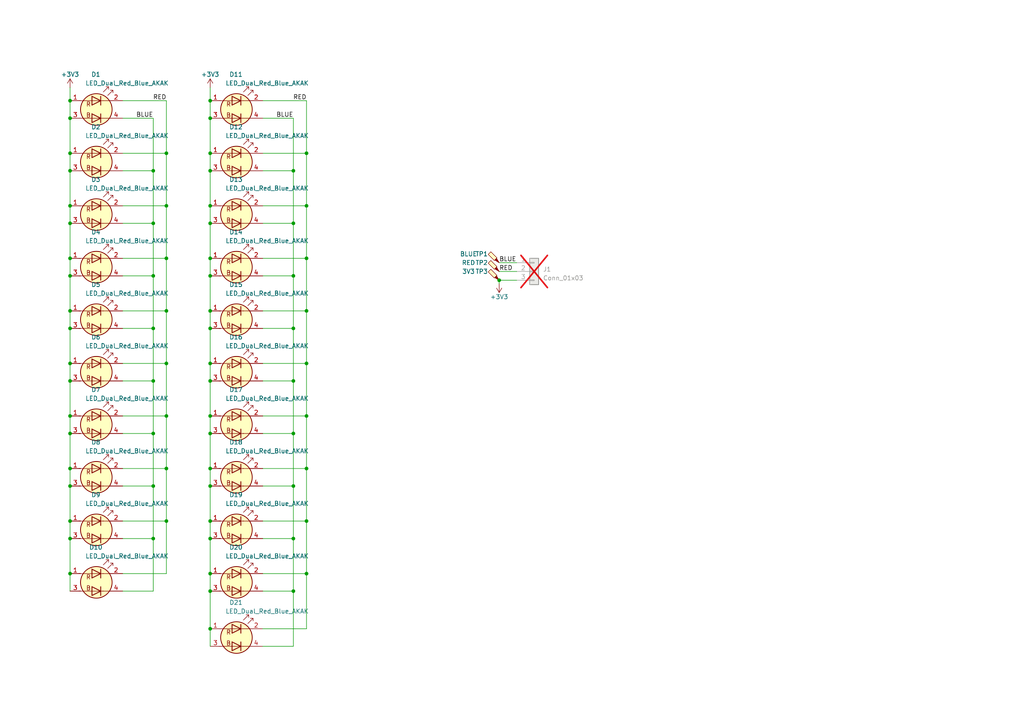
<source format=kicad_sch>
(kicad_sch (version 20231120) (generator "eeschema") (generator_version "8.0")
  (paper "A4")
  (title_block (title "EHDS-01-LED") (date "2022-11-16") (rev "V0.1"))
  (lib_symbols
    (symbol "Connector:TestPoint_Probe" (pin_numbers hide) (pin_names (offset 0.762) hide)
      (property "Reference" "TP" (at 1.651 5.842 0))
      (property "Value" "TestPoint_Probe" (at 1.651 4.064 0))
      (symbol "TestPoint_Probe_0_1"
        (polyline (pts (xy 1.27 0.762) (xy 0 0) (xy 0.762 1.27) (xy 1.27 0.762)) (fill (type outline)))
        (polyline (pts (xy 1.397 0.635) (xy 0.635 1.397) (xy 2.413 3.175) (xy 3.175 2.413) (xy 1.397 0.635)) (fill (type background)))
      )
      (symbol "TestPoint_Probe_1_1"
        (pin passive line (at 0 0 90) (length 0) (name "1") (number "1"))
      )
    )
    (symbol "Connector_Generic:Conn_01x03" (pin_names (offset 1.016) hide)
      (property "Reference" "J" (at 0 5.08 0))
      (property "Value" "Conn_01x03" (at 0 -5.08 0))
      (symbol "Conn_01x03_1_1"
        (rectangle (start -1.27 -2.413) (end 0 -2.667) (stroke (width 0.1524)))
        (rectangle (start -1.27 0.127) (end 0 -0.127) (stroke (width 0.1524)))
        (rectangle (start -1.27 2.667) (end 0 2.413) (stroke (width 0.1524)))
        (rectangle (start -1.27 3.81) (end 1.27 -3.81) (stroke (width 0.254)) (fill (type background)))
        (pin passive line (at -5.08 2.54 0) (length 3.81) (name "Pin_1") (number "1"))
        (pin passive line (at -5.08 0 0) (length 3.81) (name "Pin_2") (number "2"))
        (pin passive line (at -5.08 -2.54 0) (length 3.81) (name "Pin_3") (number "3"))
      )
    )
    (symbol "Ovo_Device:LED_Dual_Red_Blue_AKAK" (pin_names (offset 0) hide)
      (property "Reference" "D2" (at -11.43 -5.08 0))
      (property "Value" "LED_Dual_Red_Blue_AKAK" (at 0 -5.08 0))
      (symbol "LED_Dual_Red_Blue_AKAK_0_0"
        (text "B" (at -2.286 -1.651 0) (effects (font (size 1.27 1.27))))
        (text "R" (at -2.286 1.524 0) (effects (font (size 1.27 1.27))))
      )
      (symbol "LED_Dual_Red_Blue_AKAK_0_1"
        (polyline (pts (xy -5.08 -2.54) (xy 2.032 -2.54)))
        (polyline (pts (xy -5.08 2.54) (xy 2.032 2.54)))
        (polyline (pts (xy 1.27 -1.27) (xy 1.27 -3.81)) (stroke (width 0.254)))
        (polyline (pts (xy 1.27 3.81) (xy 1.27 1.27)) (stroke (width 0.254)))
        (polyline (pts (xy 3.81 -2.54) (xy 1.905 -2.54)))
        (polyline (pts (xy 3.81 2.54) (xy 1.905 2.54)))
        (polyline (pts (xy -1.27 -1.27) (xy -1.27 -3.81) (xy 1.27 -2.54) (xy -1.27 -1.27)) (stroke (width 0.254)))
        (polyline (pts (xy -1.27 3.81) (xy -1.27 1.27) (xy 1.27 2.54) (xy -1.27 3.81)) (stroke (width 0.254)))
        (polyline (pts (xy 2.032 5.08) (xy 3.556 6.604) (xy 2.794 6.604) (xy 3.556 6.604) (xy 3.556 5.842)))
        (polyline (pts (xy 3.302 4.064) (xy 4.826 5.588) (xy 4.064 5.588) (xy 4.826 5.588) (xy 4.826 4.826)))
        (circle (center 0 0) (radius 4.572) (stroke (width 0.254)) (fill (type background)))
      )
      (symbol "LED_Dual_Red_Blue_AKAK_1_1"
        (pin input line (at -7.62 2.54 0) (length 3.048) (name "A1") (number "1"))
        (pin input line (at 7.62 2.54 180) (length 3.81) (name "K1") (number "2"))
        (pin input line (at -7.62 -2.54 0) (length 3.048) (name "A2") (number "3"))
        (pin input line (at 7.62 -2.54 180) (length 3.81) (name "K2") (number "4"))
      )
    )
    (symbol "power:+3V3" (power) (pin_names (offset 0))
      (property "Value" "+3V3" (at 0 3.556 0))
      (symbol "+3V3_0_1"
        (polyline (pts (xy -0.762 1.27) (xy 0 2.54)))
        (polyline (pts (xy 0 0) (xy 0 2.54)))
        (polyline (pts (xy 0 2.54) (xy 0.762 1.27)))
      )
      (symbol "+3V3_1_1"
        (pin power_in line (at 0 0 90) (length 0) hide (name "+3V3") (number "1"))
      )
    )
  )
  (junction (at 88.9 135.89))
  (junction (at 20.32 74.93))
  (junction (at 20.32 59.69))
  (junction (at 20.32 110.49))
  (junction (at 44.45 95.25))
  (junction (at 60.96 166.37))
  (junction (at 85.09 95.25))
  (junction (at 85.09 110.49))
  (junction (at 20.32 64.77))
  (junction (at 20.32 90.17))
  (junction (at 20.32 95.25))
  (junction (at 60.96 182.372))
  (junction (at 20.32 80.01))
  (junction (at 20.32 125.73))
  (junction (at 20.32 34.29))
  (junction (at 20.32 49.53))
  (junction (at 20.32 120.65))
  (junction (at 20.32 151.13))
  (junction (at 48.26 151.13))
  (junction (at 60.96 74.93))
  (junction (at 60.96 171.45))
  (junction (at 20.32 29.21))
  (junction (at 60.96 120.65))
  (junction (at 88.9 105.41))
  (junction (at 44.45 125.73))
  (junction (at 60.96 59.69))
  (junction (at 44.45 110.49))
  (junction (at 85.09 156.21))
  (junction (at 88.9 151.13))
  (junction (at 20.32 135.89))
  (junction (at 88.9 166.37))
  (junction (at 85.09 64.77))
  (junction (at 60.96 156.21))
  (junction (at 88.9 90.17))
  (junction (at 60.96 80.01))
  (junction (at 20.32 156.21))
  (junction (at 85.09 125.73))
  (junction (at 44.45 49.53))
  (junction (at 60.96 90.17))
  (junction (at 88.9 59.69))
  (junction (at 48.26 59.69))
  (junction (at 48.26 90.17))
  (junction (at 144.78 81.28))
  (junction (at 88.9 120.65))
  (junction (at 60.96 44.45))
  (junction (at 85.09 140.97))
  (junction (at 48.26 44.45))
  (junction (at 60.96 34.29))
  (junction (at 20.32 105.41))
  (junction (at 88.9 74.93))
  (junction (at 60.96 151.13))
  (junction (at 48.26 105.41))
  (junction (at 60.96 95.25))
  (junction (at 60.96 110.49))
  (junction (at 20.32 166.37))
  (junction (at 44.45 140.97))
  (junction (at 85.09 49.53))
  (junction (at 44.45 156.21))
  (junction (at 60.96 135.89))
  (junction (at 44.45 80.01))
  (junction (at 85.09 80.01))
  (junction (at 60.96 105.41))
  (junction (at 60.96 125.73))
  (junction (at 85.09 171.45))
  (junction (at 48.26 120.65))
  (junction (at 60.96 29.21))
  (junction (at 48.26 135.89))
  (junction (at 20.32 140.97))
  (junction (at 44.45 64.77))
  (junction (at 60.96 64.77))
  (junction (at 88.9 44.45))
  (junction (at 60.96 140.97))
  (junction (at 20.32 44.45))
  (junction (at 48.26 74.93))
  (junction (at 60.96 49.53))
  (wire (pts (xy 88.9 44.45) (xy 88.9 59.69)))
  (wire (pts (xy 76.2 95.25) (xy 85.09 95.25)))
  (wire (pts (xy 76.2 64.77) (xy 85.09 64.77)))
  (wire (pts (xy 20.32 120.65) (xy 20.32 125.73)))
  (wire (pts (xy 60.96 120.65) (xy 60.96 125.73)))
  (wire (pts (xy 35.56 135.89) (xy 48.26 135.89)))
  (wire (pts (xy 60.96 110.49) (xy 60.96 120.65)))
  (wire (pts (xy 35.56 125.73) (xy 44.45 125.73)))
  (wire (pts (xy 35.56 156.21) (xy 44.45 156.21)))
  (wire (pts (xy 85.09 171.45) (xy 85.09 156.21)))
  (wire (pts (xy 85.09 156.21) (xy 85.09 140.97)))
  (wire (pts (xy 20.32 151.13) (xy 20.32 156.21)))
  (wire (pts (xy 20.32 25.4) (xy 20.32 29.21)))
  (wire (pts (xy 60.96 90.17) (xy 60.96 95.25)))
  (wire (pts (xy 60.96 59.69) (xy 60.96 64.77)))
  (wire (pts (xy 35.56 120.65) (xy 48.26 120.65)))
  (wire (pts (xy 85.09 140.97) (xy 85.09 125.73)))
  (wire (pts (xy 85.09 80.01) (xy 85.09 64.77)))
  (wire (pts (xy 35.56 64.77) (xy 44.45 64.77)))
  (wire (pts (xy 60.96 95.25) (xy 60.96 105.41)))
  (wire (pts (xy 48.26 44.45) (xy 48.26 59.69)))
  (wire (pts (xy 76.2 156.21) (xy 85.09 156.21)))
  (wire (pts (xy 44.45 171.45) (xy 44.45 156.21)))
  (wire (pts (xy 85.09 49.53) (xy 85.09 34.29)))
  (wire (pts (xy 144.78 81.28) (xy 149.86 81.28)))
  (wire (pts (xy 20.32 44.45) (xy 20.32 49.53)))
  (wire (pts (xy 76.2 125.73) (xy 85.09 125.73)))
  (wire (pts (xy 85.09 64.77) (xy 85.09 49.53)))
  (wire (pts (xy 60.96 182.372) (xy 60.96 187.452)))
  (wire (pts (xy 35.56 171.45) (xy 44.45 171.45)))
  (wire (pts (xy 44.45 80.01) (xy 44.45 64.77)))
  (wire (pts (xy 88.9 135.89) (xy 88.9 151.13)))
  (wire (pts (xy 76.2 74.93) (xy 88.9 74.93)))
  (wire (pts (xy 85.09 34.29) (xy 76.2 34.29)))
  (wire (pts (xy 20.32 140.97) (xy 20.32 151.13)))
  (wire (pts (xy 20.32 166.37) (xy 20.32 171.45)))
  (wire (pts (xy 60.96 34.29) (xy 60.96 44.45)))
  (wire (pts (xy 44.45 156.21) (xy 44.45 140.97)))
  (wire (pts (xy 85.09 187.452) (xy 76.2 187.452)))
  (wire (pts (xy 48.26 151.13) (xy 48.26 166.37)))
  (wire (pts (xy 20.32 64.77) (xy 20.32 74.93)))
  (wire (pts (xy 20.32 49.53) (xy 20.32 59.69)))
  (wire (pts (xy 48.26 90.17) (xy 48.26 105.41)))
  (wire (pts (xy 35.56 59.69) (xy 48.26 59.69)))
  (wire (pts (xy 76.2 59.69) (xy 88.9 59.69)))
  (wire (pts (xy 20.32 74.93) (xy 20.32 80.01)))
  (wire (pts (xy 44.45 110.49) (xy 44.45 95.25)))
  (wire (pts (xy 60.96 74.93) (xy 60.96 80.01)))
  (wire (pts (xy 44.45 140.97) (xy 44.45 125.73)))
  (wire (pts (xy 60.96 171.45) (xy 60.96 182.372)))
  (wire (pts (xy 88.9 166.37) (xy 76.2 166.37)))
  (wire (pts (xy 60.96 166.37) (xy 60.96 171.45)))
  (wire (pts (xy 60.96 25.4) (xy 60.96 29.21)))
  (wire (pts (xy 44.45 49.53) (xy 44.45 34.29)))
  (wire (pts (xy 35.56 151.13) (xy 48.26 151.13)))
  (wire (pts (xy 20.32 90.17) (xy 20.32 95.25)))
  (wire (pts (xy 76.2 171.45) (xy 85.09 171.45)))
  (wire (pts (xy 88.9 105.41) (xy 88.9 120.65)))
  (wire (pts (xy 20.32 156.21) (xy 20.32 166.37)))
  (wire (pts (xy 35.56 95.25) (xy 44.45 95.25)))
  (wire (pts (xy 85.09 110.49) (xy 85.09 95.25)))
  (wire (pts (xy 60.96 156.21) (xy 60.96 166.37)))
  (wire (pts (xy 85.09 95.25) (xy 85.09 80.01)))
  (wire (pts (xy 76.2 110.49) (xy 85.09 110.49)))
  (wire (pts (xy 144.78 78.74) (xy 149.86 78.74)))
  (wire (pts (xy 20.32 80.01) (xy 20.32 90.17)))
  (wire (pts (xy 88.9 74.93) (xy 88.9 90.17)))
  (wire (pts (xy 44.45 125.73) (xy 44.45 110.49)))
  (wire (pts (xy 60.96 80.01) (xy 60.96 90.17)))
  (wire (pts (xy 88.9 29.21) (xy 88.9 44.45)))
  (wire (pts (xy 48.26 74.93) (xy 48.26 90.17)))
  (wire (pts (xy 48.26 105.41) (xy 48.26 120.65)))
  (wire (pts (xy 35.56 29.21) (xy 48.26 29.21)))
  (wire (pts (xy 76.2 135.89) (xy 88.9 135.89)))
  (wire (pts (xy 35.56 140.97) (xy 44.45 140.97)))
  (wire (pts (xy 60.96 29.21) (xy 60.96 34.29)))
  (wire (pts (xy 60.96 151.13) (xy 60.96 156.21)))
  (wire (pts (xy 48.26 59.69) (xy 48.26 74.93)))
  (wire (pts (xy 76.2 49.53) (xy 85.09 49.53)))
  (wire (pts (xy 85.09 171.45) (xy 85.09 187.452)))
  (wire (pts (xy 60.96 125.73) (xy 60.96 135.89)))
  (wire (pts (xy 35.56 90.17) (xy 48.26 90.17)))
  (wire (pts (xy 85.09 125.73) (xy 85.09 110.49)))
  (wire (pts (xy 76.2 151.13) (xy 88.9 151.13)))
  (wire (pts (xy 20.32 29.21) (xy 20.32 34.29)))
  (wire (pts (xy 44.45 34.29) (xy 35.56 34.29)))
  (wire (pts (xy 88.9 151.13) (xy 88.9 166.37)))
  (wire (pts (xy 20.32 105.41) (xy 20.32 110.49)))
  (wire (pts (xy 20.32 59.69) (xy 20.32 64.77)))
  (wire (pts (xy 35.56 49.53) (xy 44.45 49.53)))
  (wire (pts (xy 48.26 29.21) (xy 48.26 44.45)))
  (wire (pts (xy 144.78 76.2) (xy 149.86 76.2)))
  (wire (pts (xy 76.2 29.21) (xy 88.9 29.21)))
  (wire (pts (xy 76.2 90.17) (xy 88.9 90.17)))
  (wire (pts (xy 76.2 182.372) (xy 88.9 182.372)))
  (wire (pts (xy 60.96 49.53) (xy 60.96 59.69)))
  (wire (pts (xy 20.32 110.49) (xy 20.32 120.65)))
  (wire (pts (xy 144.78 82.296) (xy 144.78 81.28)))
  (wire (pts (xy 76.2 120.65) (xy 88.9 120.65)))
  (wire (pts (xy 76.2 44.45) (xy 88.9 44.45)))
  (wire (pts (xy 76.2 140.97) (xy 85.09 140.97)))
  (wire (pts (xy 60.96 44.45) (xy 60.96 49.53)))
  (wire (pts (xy 88.9 59.69) (xy 88.9 74.93)))
  (wire (pts (xy 44.45 64.77) (xy 44.45 49.53)))
  (wire (pts (xy 60.96 105.41) (xy 60.96 110.49)))
  (wire (pts (xy 76.2 105.41) (xy 88.9 105.41)))
  (wire (pts (xy 44.45 95.25) (xy 44.45 80.01)))
  (wire (pts (xy 60.96 135.89) (xy 60.96 140.97)))
  (wire (pts (xy 35.56 105.41) (xy 48.26 105.41)))
  (wire (pts (xy 35.56 80.01) (xy 44.45 80.01)))
  (wire (pts (xy 88.9 166.37) (xy 88.9 182.372)))
  (wire (pts (xy 60.96 140.97) (xy 60.96 151.13)))
  (wire (pts (xy 35.56 44.45) (xy 48.26 44.45)))
  (wire (pts (xy 20.32 135.89) (xy 20.32 140.97)))
  (wire (pts (xy 35.56 110.49) (xy 44.45 110.49)))
  (wire (pts (xy 48.26 135.89) (xy 48.26 151.13)))
  (wire (pts (xy 20.32 34.29) (xy 20.32 44.45)))
  (wire (pts (xy 60.96 64.77) (xy 60.96 74.93)))
  (wire (pts (xy 35.56 74.93) (xy 48.26 74.93)))
  (wire (pts (xy 48.26 120.65) (xy 48.26 135.89)))
  (wire (pts (xy 48.26 166.37) (xy 35.56 166.37)))
  (wire (pts (xy 88.9 90.17) (xy 88.9 105.41)))
  (wire (pts (xy 20.32 125.73) (xy 20.32 135.89)))
  (wire (pts (xy 20.32 95.25) (xy 20.32 105.41)))
  (wire (pts (xy 88.9 120.65) (xy 88.9 135.89)))
  (wire (pts (xy 76.2 80.01) (xy 85.09 80.01)))
  (label "BLUE" (at 44.45 34.29 180))
  (label "BLUE" (at 144.78 76.2 0))
  (label "RED" (at 144.78 78.74 0))
  (label "RED" (at 88.9 29.21 180))
  (label "BLUE" (at 85.09 34.29 180))
  (label "RED" (at 48.26 29.21 180))
  (symbol (lib_id "power:+3V3") (at 20.32 25.4 0) (unit 1)
    (property "Reference" "#PWR011" (effects (hide yes)))
    (property "Value" "+3V3" (at 20.32 21.59 0))
  )
  (symbol (lib_id "Ovo_Device:LED_Dual_Red_Blue_AKAK") (at 68.58 92.71 0) (unit 1)
    (property "Reference" "D15" (at 68.453 82.55 0))
    (property "Value" "LED_Dual_Red_Blue_AKAK" (at 77.47 85.09 0))
    (property "Footprint" "Ovo_LED_SMD:LED_Dual_1.6x1.5mm" (effects (hide yes)))
  )
  (symbol (lib_id "Ovo_Device:LED_Dual_Red_Blue_AKAK") (at 27.94 107.95 0) (unit 1)
    (property "Reference" "D6" (at 27.813 97.79 0))
    (property "Value" "LED_Dual_Red_Blue_AKAK" (at 36.83 100.33 0))
    (property "Footprint" "Ovo_LED_SMD:LED_Dual_1.6x1.5mm" (effects (hide yes)))
  )
  (symbol (lib_id "Ovo_Device:LED_Dual_Red_Blue_AKAK") (at 27.94 92.71 0) (unit 1)
    (property "Reference" "D5" (at 27.813 82.55 0))
    (property "Value" "LED_Dual_Red_Blue_AKAK" (at 36.83 85.09 0))
    (property "Footprint" "Ovo_LED_SMD:LED_Dual_1.6x1.5mm" (effects (hide yes)))
  )
  (symbol (lib_id "Ovo_Device:LED_Dual_Red_Blue_AKAK") (at 27.94 77.47 0) (unit 1)
    (property "Reference" "D4" (at 27.813 67.31 0))
    (property "Value" "LED_Dual_Red_Blue_AKAK" (at 36.83 69.85 0))
    (property "Footprint" "Ovo_LED_SMD:LED_Dual_1.6x1.5mm" (effects (hide yes)))
  )
  (symbol (lib_id "Ovo_Device:LED_Dual_Red_Blue_AKAK") (at 68.58 168.91 0) (unit 1)
    (property "Reference" "D20" (at 68.453 158.75 0))
    (property "Value" "LED_Dual_Red_Blue_AKAK" (at 77.47 161.29 0))
    (property "Footprint" "Ovo_LED_SMD:LED_Dual_1.6x1.5mm" (effects (hide yes)))
  )
  (symbol (lib_id "Connector:TestPoint_Probe") (at 144.78 78.74 90) (unit 1)
    (property "Reference" "TP2" (at 139.7 76.2 90))
    (property "Value" "RED" (at 135.89 76.2 90))
    (property "Footprint" "TestPoint:TestPoint_Pad_D1.0mm" (effects (hide yes)))
  )
  (symbol (lib_id "Ovo_Device:LED_Dual_Red_Blue_AKAK") (at 68.58 31.75 0) (unit 1)
    (property "Reference" "D11" (at 68.453 21.59 0))
    (property "Value" "LED_Dual_Red_Blue_AKAK" (at 77.47 24.13 0))
    (property "Footprint" "Ovo_LED_SMD:LED_Dual_1.6x1.5mm" (effects (hide yes)))
  )
  (symbol (lib_id "Connector:TestPoint_Probe") (at 144.78 76.2 90) (unit 1)
    (property "Reference" "TP1" (at 139.7 73.66 90))
    (property "Value" "BLUE" (at 135.89 73.66 90))
    (property "Footprint" "TestPoint:TestPoint_Pad_D1.0mm" (effects (hide yes)))
  )
  (symbol (lib_id "Ovo_Device:LED_Dual_Red_Blue_AKAK") (at 68.58 77.47 0) (unit 1)
    (property "Reference" "D14" (at 68.453 67.31 0))
    (property "Value" "LED_Dual_Red_Blue_AKAK" (at 77.47 69.85 0))
    (property "Footprint" "Ovo_LED_SMD:LED_Dual_1.6x1.5mm" (effects (hide yes)))
  )
  (symbol (lib_id "Ovo_Device:LED_Dual_Red_Blue_AKAK") (at 27.94 31.75 0) (unit 1)
    (property "Reference" "D1" (at 27.813 21.59 0))
    (property "Value" "LED_Dual_Red_Blue_AKAK" (at 36.83 24.13 0))
    (property "Footprint" "Ovo_LED_SMD:LED_Dual_1.6x1.5mm" (effects (hide yes)))
  )
  (symbol (lib_id "Ovo_Device:LED_Dual_Red_Blue_AKAK") (at 27.94 46.99 0) (unit 1)
    (property "Reference" "D2" (at 27.813 36.83 0))
    (property "Value" "LED_Dual_Red_Blue_AKAK" (at 36.83 39.37 0))
    (property "Footprint" "Ovo_LED_SMD:LED_Dual_1.6x1.5mm" (effects (hide yes)))
  )
  (symbol (lib_id "Ovo_Device:LED_Dual_Red_Blue_AKAK") (at 27.94 123.19 0) (unit 1)
    (property "Reference" "D7" (at 27.813 113.03 0))
    (property "Value" "LED_Dual_Red_Blue_AKAK" (at 36.83 115.57 0))
    (property "Footprint" "Ovo_LED_SMD:LED_Dual_1.6x1.5mm" (effects (hide yes)))
  )
  (symbol (lib_id "Ovo_Device:LED_Dual_Red_Blue_AKAK") (at 68.58 62.23 0) (unit 1)
    (property "Reference" "D13" (at 68.453 52.07 0))
    (property "Value" "LED_Dual_Red_Blue_AKAK" (at 77.47 54.61 0))
    (property "Footprint" "Ovo_LED_SMD:LED_Dual_1.6x1.5mm" (effects (hide yes)))
  )
  (symbol (lib_id "Ovo_Device:LED_Dual_Red_Blue_AKAK") (at 68.58 184.912 0) (unit 1)
    (property "Reference" "D21" (at 68.453 174.752 0))
    (property "Value" "LED_Dual_Red_Blue_AKAK" (at 77.47 177.292 0))
    (property "Footprint" "Ovo_LED_SMD:LED_Dual_1.6x1.5mm" (effects (hide yes)))
  )
  (symbol (lib_id "Ovo_Device:LED_Dual_Red_Blue_AKAK") (at 68.58 107.95 0) (unit 1)
    (property "Reference" "D16" (at 68.453 97.79 0))
    (property "Value" "LED_Dual_Red_Blue_AKAK" (at 77.47 100.33 0))
    (property "Footprint" "Ovo_LED_SMD:LED_Dual_1.6x1.5mm" (effects (hide yes)))
  )
  (symbol (lib_id "Ovo_Device:LED_Dual_Red_Blue_AKAK") (at 68.58 46.99 0) (unit 1)
    (property "Reference" "D12" (at 68.453 36.83 0))
    (property "Value" "LED_Dual_Red_Blue_AKAK" (at 77.47 39.37 0))
    (property "Footprint" "Ovo_LED_SMD:LED_Dual_1.6x1.5mm" (effects (hide yes)))
  )
  (symbol (lib_id "power:+3V3") (at 144.78 82.296 180) (unit 1)
    (property "Reference" "#PWR02" (effects (hide yes)))
    (property "Value" "+3V3" (at 144.78 86.106 0))
  )
  (symbol (lib_id "Connector_Generic:Conn_01x03") (at 154.94 78.74 0) (unit 1) (in_bom no) (dnp yes)
    (property "Reference" "J1" (at 157.48 78.105 0) (effects (justify left)))
    (property "Value" "Conn_01x03" (at 157.48 80.645 0) (effects (justify left)))
    (property "Footprint" "Ovo_Pad:Pad_THTPad_3x1.3mmx3" (effects (hide yes)))
    (property "Description" "Generic connector, single row, 01x03, script generated (kicad-library-utils/schlib/autogen/connector/)" (effects (hide yes)))
  )
  (symbol (lib_id "Ovo_Device:LED_Dual_Red_Blue_AKAK") (at 27.94 168.91 0) (unit 1)
    (property "Reference" "D10" (at 27.813 158.75 0))
    (property "Value" "LED_Dual_Red_Blue_AKAK" (at 36.83 161.29 0))
    (property "Footprint" "Ovo_LED_SMD:LED_Dual_1.6x1.5mm" (effects (hide yes)))
  )
  (symbol (lib_id "Ovo_Device:LED_Dual_Red_Blue_AKAK") (at 68.58 123.19 0) (unit 1)
    (property "Reference" "D17" (at 68.453 113.03 0))
    (property "Value" "LED_Dual_Red_Blue_AKAK" (at 77.47 115.57 0))
    (property "Footprint" "Ovo_LED_SMD:LED_Dual_1.6x1.5mm" (effects (hide yes)))
  )
  (symbol (lib_id "Ovo_Device:LED_Dual_Red_Blue_AKAK") (at 68.58 153.67 0) (unit 1)
    (property "Reference" "D19" (at 68.453 143.51 0))
    (property "Value" "LED_Dual_Red_Blue_AKAK" (at 77.47 146.05 0))
    (property "Footprint" "Ovo_LED_SMD:LED_Dual_1.6x1.5mm" (effects (hide yes)))
  )
  (symbol (lib_id "Ovo_Device:LED_Dual_Red_Blue_AKAK") (at 27.94 153.67 0) (unit 1)
    (property "Reference" "D9" (at 27.813 143.51 0))
    (property "Value" "LED_Dual_Red_Blue_AKAK" (at 36.83 146.05 0))
    (property "Footprint" "Ovo_LED_SMD:LED_Dual_1.6x1.5mm" (effects (hide yes)))
  )
  (symbol (lib_id "Ovo_Device:LED_Dual_Red_Blue_AKAK") (at 27.94 62.23 0) (unit 1)
    (property "Reference" "D3" (at 27.813 52.07 0))
    (property "Value" "LED_Dual_Red_Blue_AKAK" (at 36.83 54.61 0))
    (property "Footprint" "Ovo_LED_SMD:LED_Dual_1.6x1.5mm" (effects (hide yes)))
  )
  (symbol (lib_id "Connector:TestPoint_Probe") (at 144.78 81.28 90) (unit 1)
    (property "Reference" "TP3" (at 139.7 78.74 90))
    (property "Value" "3V3" (at 135.89 78.74 90))
    (property "Footprint" "TestPoint:TestPoint_Pad_D1.0mm" (effects (hide yes)))
  )
  (symbol (lib_id "Ovo_Device:LED_Dual_Red_Blue_AKAK") (at 68.58 138.43 0) (unit 1)
    (property "Reference" "D18" (at 68.453 128.27 0))
    (property "Value" "LED_Dual_Red_Blue_AKAK" (at 77.47 130.81 0))
    (property "Footprint" "Ovo_LED_SMD:LED_Dual_1.6x1.5mm" (effects (hide yes)))
  )
  (symbol (lib_id "power:+3V3") (at 60.96 25.4 0) (unit 1)
    (property "Reference" "#PWR01" (effects (hide yes)))
    (property "Value" "+3V3" (at 60.96 21.59 0))
  )
  (symbol (lib_id "Ovo_Device:LED_Dual_Red_Blue_AKAK") (at 27.94 138.43 0) (unit 1)
    (property "Reference" "D8" (at 27.813 128.27 0))
    (property "Value" "LED_Dual_Red_Blue_AKAK" (at 36.83 130.81 0))
    (property "Footprint" "Ovo_LED_SMD:LED_Dual_1.6x1.5mm" (effects (hide yes)))
  )
)
</source>
